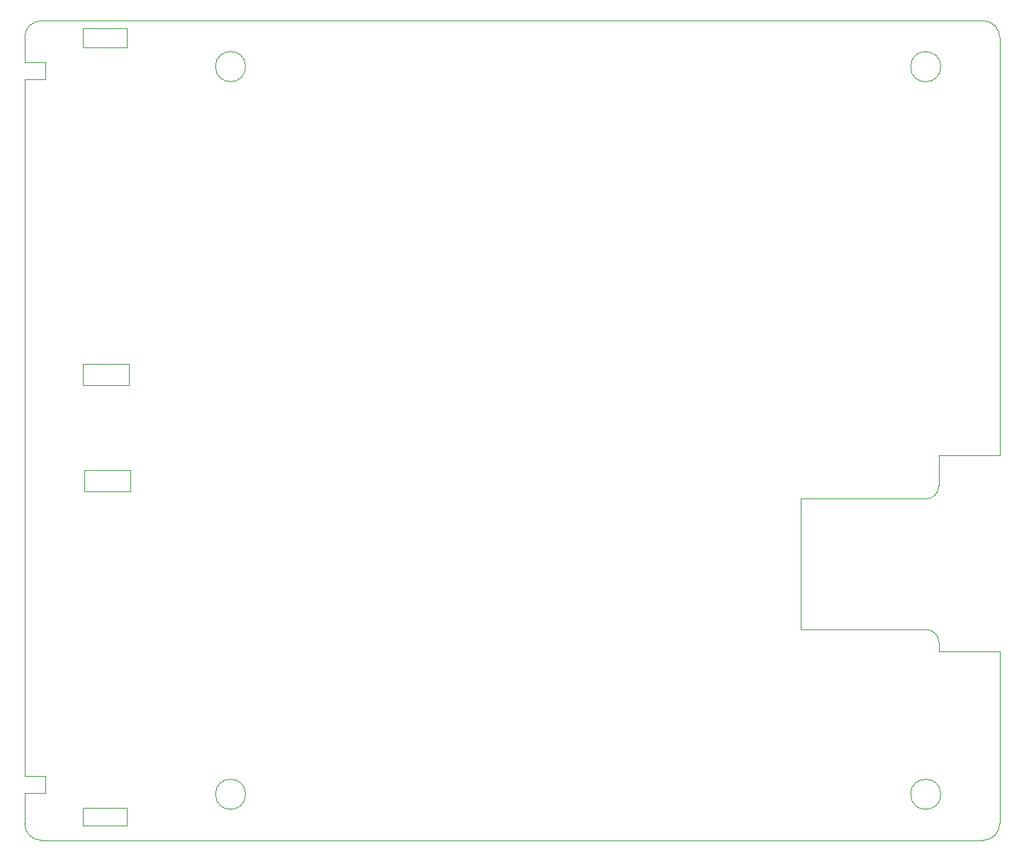
<source format=gm1>
G04 #@! TF.GenerationSoftware,KiCad,Pcbnew,7.0.5-0*
G04 #@! TF.CreationDate,2023-07-24T16:11:42+10:00*
G04 #@! TF.ProjectId,DropBear,44726f70-4265-4617-922e-6b696361645f,rev?*
G04 #@! TF.SameCoordinates,Original*
G04 #@! TF.FileFunction,Profile,NP*
%FSLAX46Y46*%
G04 Gerber Fmt 4.6, Leading zero omitted, Abs format (unit mm)*
G04 Created by KiCad (PCBNEW 7.0.5-0) date 2023-07-24 16:11:42*
%MOMM*%
%LPD*%
G01*
G04 APERTURE LIST*
G04 #@! TA.AperFunction,Profile*
%ADD10C,0.050000*%
G04 #@! TD*
G04 APERTURE END LIST*
D10*
X275000000Y-76962000D02*
X275000000Y-27000000D01*
X160500000Y-123000000D02*
X273000000Y-123000000D01*
X158500000Y-29972000D02*
X158500000Y-27000000D01*
X171000000Y-66040000D02*
X165500000Y-66040000D01*
X165608000Y-81280000D02*
X165608000Y-78740000D01*
X170688000Y-119126000D02*
X165500000Y-119126000D01*
X184902000Y-117500000D02*
G75*
G03*
X184902000Y-117500000I-1800000J0D01*
G01*
X184902000Y-30480000D02*
G75*
G03*
X184902000Y-30480000I-1800000J0D01*
G01*
X267960000Y-30500000D02*
G75*
G03*
X267960000Y-30500000I-1800000J0D01*
G01*
X267960000Y-117500000D02*
G75*
G03*
X267960000Y-117500000I-1800000J0D01*
G01*
X273000000Y-123000000D02*
G75*
G03*
X275000000Y-121000000I0J2000000D01*
G01*
X158500000Y-121000000D02*
G75*
G03*
X160500000Y-123000000I2000000J0D01*
G01*
X170688000Y-25908000D02*
X165500000Y-25908000D01*
X170688000Y-28154000D02*
X165500000Y-28154000D01*
X267716000Y-76962000D02*
X275000000Y-76962000D01*
X267716000Y-80645000D02*
X267716000Y-76962000D01*
X251206000Y-82169000D02*
X266192000Y-82169000D01*
X251206000Y-97790000D02*
X266192000Y-97790000D01*
X251206000Y-97790000D02*
X251206000Y-82169000D01*
X266192000Y-82169000D02*
G75*
G03*
X267716000Y-80645000I0J1524000D01*
G01*
X273000000Y-25000000D02*
X160500000Y-25000000D01*
X161000000Y-117348000D02*
X161000000Y-115348000D01*
X275000000Y-121000000D02*
X275000000Y-100457000D01*
X170688000Y-28154000D02*
X170688000Y-25908000D01*
X161000000Y-115348000D02*
X158500000Y-115348000D01*
X165608000Y-78740000D02*
X171108000Y-78740000D01*
X170688000Y-121285000D02*
X170688000Y-119126000D01*
X171000000Y-68540000D02*
X171000000Y-66040000D01*
X158496000Y-117348000D02*
X161000000Y-117348000D01*
X267716000Y-100457000D02*
X267716000Y-99314000D01*
X158496000Y-117348000D02*
X158500000Y-121000000D01*
X165500000Y-66040000D02*
X165500000Y-68540000D01*
X171108000Y-78740000D02*
X171108000Y-81280000D01*
X165500000Y-121285000D02*
X170688000Y-121285000D01*
X161000000Y-29972000D02*
X158500000Y-29972000D01*
X160500000Y-25000000D02*
G75*
G03*
X158500000Y-27000000I0J-2000000D01*
G01*
X165500000Y-25908000D02*
X165500000Y-28154000D01*
X165500000Y-119126000D02*
X165500000Y-121285000D01*
X158496000Y-32004000D02*
X161000000Y-32004000D01*
X275000000Y-100457000D02*
X267716000Y-100457000D01*
X165500000Y-68540000D02*
X171000000Y-68540000D01*
X158500000Y-115348000D02*
X158496000Y-32004000D01*
X161000000Y-32004000D02*
X161000000Y-29972000D01*
X267716000Y-99314000D02*
G75*
G03*
X266192000Y-97790000I-1524000J0D01*
G01*
X275000000Y-27000000D02*
G75*
G03*
X273000000Y-25000000I-2000000J0D01*
G01*
X171108000Y-81280000D02*
X165608000Y-81280000D01*
M02*

</source>
